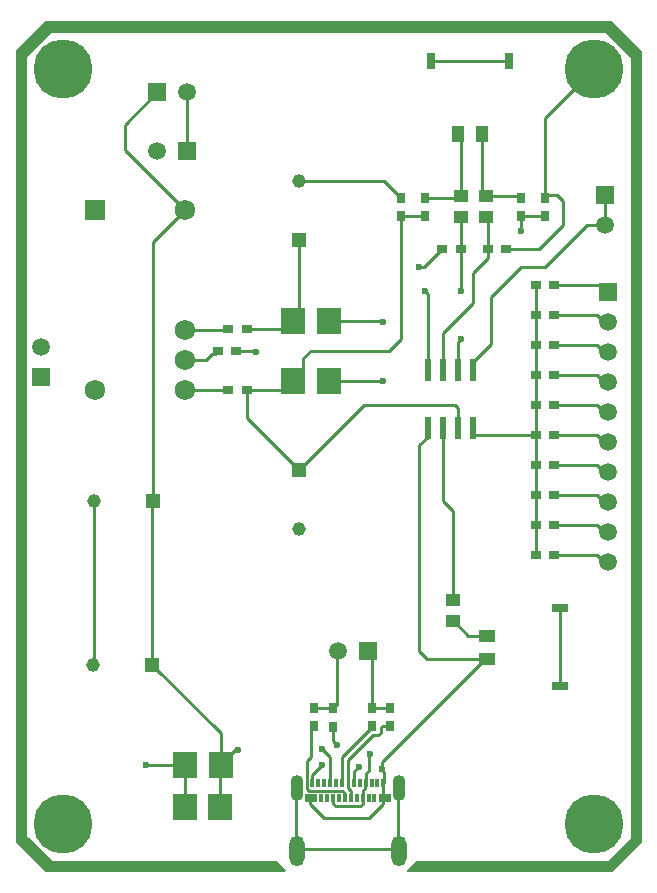
<source format=gtl>
G04*
G04 #@! TF.GenerationSoftware,Altium Limited,Altium Designer,20.2.4 (192)*
G04*
G04 Layer_Physical_Order=1*
G04 Layer_Color=255*
%FSLAX25Y25*%
%MOIN*%
G70*
G04*
G04 #@! TF.SameCoordinates,2DDED56A-656B-4157-8572-3E544114C1A7*
G04*
G04*
G04 #@! TF.FilePolarity,Positive*
G04*
G01*
G75*
%ADD12C,0.01000*%
%ADD14R,0.01181X0.02756*%
%ADD15R,0.03937X0.02756*%
%ADD16R,0.05512X0.02559*%
%ADD17R,0.05315X0.04331*%
%ADD18R,0.05512X0.04331*%
%ADD19R,0.02559X0.05512*%
%ADD20R,0.04331X0.05315*%
%ADD21R,0.04331X0.05512*%
%ADD22R,0.07874X0.08661*%
%ADD23R,0.03300X0.03150*%
%ADD24R,0.03150X0.03300*%
%ADD25R,0.02362X0.07756*%
%ADD26R,0.05000X0.04000*%
%ADD52O,0.04331X0.08661*%
%ADD53O,0.05118X0.10236*%
%ADD54R,0.06791X0.06791*%
%ADD55C,0.06791*%
%ADD56R,0.05906X0.05906*%
%ADD57C,0.05906*%
%ADD58C,0.19685*%
%ADD59C,0.04528*%
%ADD60R,0.04528X0.04528*%
%ADD61R,0.04528X0.04528*%
%ADD62R,0.05906X0.05906*%
%ADD63C,0.02362*%
G36*
X192913Y257874D02*
Y-5906D01*
X183071Y-15748D01*
X114827D01*
X114635Y-15286D01*
X117610Y-12311D01*
X181602D01*
X189476Y-4437D01*
X189476Y255405D01*
X188976Y255906D01*
X181102Y263779D01*
X-3937D01*
X-11811Y255906D01*
Y-3937D01*
X-11311Y-4437D01*
X-3437Y-12311D01*
X71366D01*
X74341Y-15286D01*
X74150Y-15748D01*
X-5906D01*
X-15748Y-5906D01*
Y257874D01*
X-5906Y267717D01*
X183071D01*
X192913Y257874D01*
D02*
G37*
D12*
X89095Y13842D02*
Y22406D01*
X86500Y25000D02*
X89095Y22406D01*
X82122Y11315D02*
X92438D01*
X82571Y31652D02*
X83646Y32726D01*
X82571Y22343D02*
Y31652D01*
X81448Y21221D02*
X82571Y22343D01*
X81448Y11988D02*
Y21221D01*
Y11988D02*
X82122Y11315D01*
X92438D02*
X92500Y11252D01*
X93114D01*
X93925Y8815D02*
X94016Y8724D01*
X93925Y8815D02*
Y10441D01*
X93114Y11252D02*
X93925Y10441D01*
X106850Y6932D02*
Y13803D01*
X88551Y167827D02*
X106646D01*
X57746Y157827D02*
X64646D01*
X82441Y6731D02*
Y9551D01*
X83098Y13933D02*
Y16559D01*
Y13933D02*
X83189Y13842D01*
X83098Y16559D02*
X86224Y19685D01*
X106457Y18457D02*
Y20728D01*
Y18088D02*
Y18457D01*
X89988Y8815D02*
X90079Y8724D01*
X93000Y22505D02*
X103146Y32651D01*
X93000Y13449D02*
Y22505D01*
X96969Y13842D02*
X97000Y13874D01*
Y17752D02*
X98574Y19327D01*
X97000Y13874D02*
Y17752D01*
X95000Y12172D02*
Y21581D01*
Y12172D02*
X96075Y11098D01*
X95000Y21581D02*
X103345Y29926D01*
X96075Y8685D02*
Y11098D01*
X106811Y13842D02*
X106850Y13803D01*
X106811Y13842D02*
X106902Y13933D01*
Y15194D01*
X107000Y15293D01*
Y17545D01*
X106457Y18088D02*
X107000Y17545D01*
X100906Y13842D02*
Y16905D01*
X102000Y18000D01*
X102141Y23389D02*
X102401Y23650D01*
X102141Y22524D02*
Y23389D01*
X102000Y18000D02*
Y22383D01*
X102141Y22524D01*
X99921Y8724D02*
Y11232D01*
X100815Y12126D01*
Y13752D01*
X100906Y13842D01*
X99000Y6000D02*
X99921Y6921D01*
Y8724D01*
X91000Y6000D02*
X99000D01*
X90079Y8724D02*
X90169Y8634D01*
Y6831D02*
Y8634D01*
Y6831D02*
X91000Y6000D01*
X106457Y20728D02*
X140847Y55118D01*
X141437D01*
X121354D02*
X140847D01*
X118646Y57827D02*
X121354Y55118D01*
X135146Y62992D02*
X141437D01*
X130421Y67716D02*
X135146Y62992D01*
X129921Y67716D02*
X130421D01*
X129921Y74803D02*
Y104551D01*
X126583Y107890D02*
X129921Y104551D01*
X40646Y5827D02*
X40740Y5921D01*
Y19827D01*
X40669Y19756D02*
X40740Y19827D01*
X27630Y19756D02*
X40669D01*
X87146Y2027D02*
X101946D01*
X82441Y6731D02*
X87146Y2027D01*
X77638Y-8047D02*
X111653D01*
X77638D02*
Y13055D01*
X101946Y2027D02*
X106850Y6932D01*
X111653Y-8047D02*
Y13055D01*
X86224Y19685D02*
X86409D01*
X105870Y32141D02*
X106456Y32726D01*
X103345Y29926D02*
X105197D01*
X106456Y32726D02*
X109146D01*
X105197Y29926D02*
X105870Y30600D01*
Y32141D01*
X52551Y20221D02*
Y30606D01*
Y19827D02*
Y20221D01*
X57257Y24927D01*
X90146Y27827D02*
Y32626D01*
Y27827D02*
X91446Y26527D01*
X103146Y32651D02*
Y32726D01*
X160646Y208927D02*
Y235449D01*
X177165Y251969D01*
X29831Y53327D02*
X52551Y30606D01*
X52457Y5827D02*
Y19732D01*
X52551Y19827D01*
X40646Y154827D02*
X47646D01*
X49571Y156752D01*
X50537D02*
X51612Y157827D01*
X49571Y156752D02*
X50537D01*
X88551Y147827D02*
X106646D01*
X152646Y202726D02*
X152734Y202638D01*
Y197674D02*
Y202638D01*
X121583Y151496D02*
Y176890D01*
X120646Y177827D02*
X121583Y176890D01*
X131583Y160764D02*
X132646Y161827D01*
X131583Y151496D02*
Y160764D01*
X126583Y151496D02*
Y163764D01*
X136646Y173827D01*
Y183827D01*
X141545Y188726D02*
Y191827D01*
X136646Y183827D02*
X141545Y188726D01*
X132646Y177827D02*
Y191827D01*
X126370Y191827D02*
X126445D01*
X120370Y185827D02*
X126370Y191827D01*
X118646Y185827D02*
X120370D01*
X160646Y208927D02*
X161545Y209827D01*
X164646D01*
X166646Y207827D01*
Y199827D02*
Y207827D01*
X147746Y191827D02*
X158646D01*
X166646Y199827D01*
X141545Y191827D02*
Y201919D01*
X141083Y202382D02*
X141545Y201919D01*
X132646Y191827D02*
Y202276D01*
X132583Y202339D02*
X132646Y202276D01*
X112646Y161827D02*
Y202726D01*
X108646Y157827D02*
X112646Y161827D01*
X82646Y157827D02*
X108646D01*
X80177Y155358D02*
X82646Y157827D01*
X80177Y151264D02*
Y155358D01*
X76740Y147827D02*
X80177Y151264D01*
X76740Y167827D02*
X78740Y169827D01*
Y194882D01*
X61246Y165327D02*
X74240D01*
X76740Y167827D01*
X73740Y144827D02*
X76740Y147827D01*
X61246Y144827D02*
X73740D01*
X121583Y129311D02*
Y132008D01*
X118646Y126374D02*
X121583Y129311D01*
X118646Y57827D02*
Y126374D01*
X107006Y214567D02*
X112646Y208927D01*
X78740Y214567D02*
X107006D01*
X125613Y192658D02*
X126445Y191827D01*
X20646Y233244D02*
X31496Y244094D01*
X20646Y224827D02*
Y233244D01*
Y224827D02*
X40646Y204827D01*
X41496Y224410D02*
Y244094D01*
X122701Y254390D02*
X148764D01*
X40646Y144827D02*
X55045D01*
X54545Y164827D02*
X55045Y165327D01*
X40646Y164827D02*
X54545D01*
X131583Y132008D02*
Y138890D01*
X130646Y139827D02*
X131583Y138890D01*
X100457Y139827D02*
X130646D01*
X78740Y118110D02*
X100457Y139827D01*
X61246Y135604D02*
Y144827D01*
Y135604D02*
X78740Y118110D01*
X29988Y107827D02*
Y194169D01*
X40646Y204827D01*
X10146Y53327D02*
X10224Y53405D01*
Y107748D01*
X10303Y107827D01*
X29831Y53327D02*
Y107669D01*
X29988Y107827D01*
X90146Y38827D02*
X91220Y39902D01*
Y57402D01*
X91646Y57827D01*
X83746Y38827D02*
X90146D01*
X83646Y38927D02*
X83746Y38827D01*
X103146Y38927D02*
Y56327D01*
X101646Y57827D02*
X103146Y56327D01*
Y38927D02*
X109146D01*
X165650Y46024D02*
Y72087D01*
X126583Y107890D02*
Y132008D01*
X152646Y202726D02*
X160646D01*
X112646Y202726D02*
X120646D01*
X132583Y209425D02*
Y229390D01*
X131795Y230177D02*
X132583Y229390D01*
X139669Y210882D02*
X141083Y209469D01*
X139669Y210882D02*
Y230177D01*
X141083Y209469D02*
X152104D01*
X152646Y208927D01*
X120646Y208927D02*
X132085D01*
X132583Y209425D01*
X136583Y154193D02*
X142646Y160256D01*
Y175827D02*
X152646Y185827D01*
X142646Y160256D02*
Y175827D01*
X152646Y185827D02*
X160646D01*
X136583Y151496D02*
Y154193D01*
X174646Y199827D02*
X180646D01*
X160646Y185827D02*
X174646Y199827D01*
X180646D02*
Y209827D01*
X136583Y130508D02*
Y132008D01*
Y130508D02*
X137264Y129827D01*
X157545D01*
X163746Y179827D02*
X179307D01*
X181591Y177543D01*
X163746Y169827D02*
X177980D01*
X180263Y167543D01*
X181591D01*
X163746Y159827D02*
X177980D01*
X180263Y157543D01*
X181591D01*
X163746Y149827D02*
X177980D01*
X180263Y147543D01*
X181591D01*
X163746Y139827D02*
X177980D01*
X180263Y137543D01*
X181591D01*
X163746Y129827D02*
X177980D01*
X180263Y127543D01*
X181591D01*
X163746Y119827D02*
X177980D01*
X180263Y117543D01*
X181591D01*
X163746Y109827D02*
X177980D01*
X180263Y107543D01*
X181591D01*
X163746Y99827D02*
X177980D01*
X180263Y97543D01*
X181591D01*
X163746Y89827D02*
X177980D01*
X180263Y87543D01*
X181591D01*
X157545Y169827D02*
Y179827D01*
Y159827D02*
Y169827D01*
Y149827D02*
Y159827D01*
Y139827D02*
Y149827D01*
Y129827D02*
Y139827D01*
Y119827D02*
Y129827D01*
Y109827D02*
Y119827D01*
Y99827D02*
Y109827D01*
Y89827D02*
Y99827D01*
D14*
X83189Y13842D02*
D03*
X85158D02*
D03*
X87126D02*
D03*
X89095D02*
D03*
X91063D02*
D03*
X93032D02*
D03*
X96969D02*
D03*
X98937D02*
D03*
X100906D02*
D03*
X102874D02*
D03*
X104842D02*
D03*
X106811D02*
D03*
X103858Y8724D02*
D03*
X101890D02*
D03*
X99921D02*
D03*
X97953D02*
D03*
X95984D02*
D03*
X94016D02*
D03*
X92047D02*
D03*
X90079D02*
D03*
X88110D02*
D03*
X86142D02*
D03*
D15*
X107205D02*
D03*
X82795D02*
D03*
D16*
X165650Y72087D02*
D03*
Y46024D02*
D03*
D17*
X141437Y62992D02*
D03*
D18*
Y55118D02*
D03*
D19*
X122701Y254390D02*
D03*
X148764D02*
D03*
D20*
X131795Y230177D02*
D03*
D21*
X139669D02*
D03*
D22*
X52551Y19827D02*
D03*
X40740D02*
D03*
X52457Y5827D02*
D03*
X40646D02*
D03*
X88551Y147827D02*
D03*
X76740D02*
D03*
Y167827D02*
D03*
X88551D02*
D03*
D23*
X61246Y165327D02*
D03*
X55045D02*
D03*
X61246Y144827D02*
D03*
X55045D02*
D03*
X51545Y157827D02*
D03*
X57746D02*
D03*
X157545Y89827D02*
D03*
X163746D02*
D03*
X157545Y99827D02*
D03*
X163746D02*
D03*
X157545Y109827D02*
D03*
X163746D02*
D03*
X157545Y119827D02*
D03*
X163746D02*
D03*
X157545Y129827D02*
D03*
X163746D02*
D03*
X157545Y139827D02*
D03*
X163746D02*
D03*
X157545Y149827D02*
D03*
X163746D02*
D03*
X157545Y179827D02*
D03*
X163746D02*
D03*
X157545Y159827D02*
D03*
X163746D02*
D03*
X157545Y169827D02*
D03*
X163746D02*
D03*
X132646Y191827D02*
D03*
X126445D02*
D03*
X147746D02*
D03*
X141545D02*
D03*
D24*
X90146Y32626D02*
D03*
Y38827D02*
D03*
X112646Y208927D02*
D03*
Y202726D02*
D03*
X160646Y202726D02*
D03*
Y208927D02*
D03*
X152646Y202726D02*
D03*
Y208927D02*
D03*
X120646Y208927D02*
D03*
Y202726D02*
D03*
X83646Y32726D02*
D03*
Y38927D02*
D03*
X109146Y32726D02*
D03*
Y38927D02*
D03*
X103146Y32726D02*
D03*
Y38927D02*
D03*
D25*
X136583Y151496D02*
D03*
X131583D02*
D03*
X126583D02*
D03*
X121583D02*
D03*
Y132008D02*
D03*
X126583D02*
D03*
X131583D02*
D03*
X136583D02*
D03*
D26*
X132583Y202339D02*
D03*
Y209425D02*
D03*
X129921Y67716D02*
D03*
Y74803D02*
D03*
X141083Y202382D02*
D03*
Y209469D02*
D03*
D52*
X77992Y12228D02*
D03*
X112008D02*
D03*
D53*
X77992Y-8874D02*
D03*
X112008D02*
D03*
D54*
X10646Y204827D02*
D03*
D55*
Y144827D02*
D03*
X40646D02*
D03*
Y154827D02*
D03*
Y164827D02*
D03*
Y204827D02*
D03*
D56*
X101646Y57827D02*
D03*
X41496Y224410D02*
D03*
X31496Y244094D02*
D03*
D57*
X91646Y57827D02*
D03*
X-7354Y159327D02*
D03*
X31496Y224410D02*
D03*
X180646Y199827D02*
D03*
X41496Y244094D02*
D03*
X181591Y87543D02*
D03*
Y97543D02*
D03*
Y107543D02*
D03*
Y117543D02*
D03*
Y127543D02*
D03*
Y137543D02*
D03*
Y147543D02*
D03*
Y157543D02*
D03*
Y167543D02*
D03*
D58*
X177165Y0D02*
D03*
Y251969D02*
D03*
X0D02*
D03*
Y0D02*
D03*
D59*
X10303Y107827D02*
D03*
X10146Y53327D02*
D03*
X78740Y98425D02*
D03*
Y214567D02*
D03*
D60*
X29988Y107827D02*
D03*
X29831Y53327D02*
D03*
D61*
X78740Y118110D02*
D03*
Y194882D02*
D03*
D62*
X-7354Y149327D02*
D03*
X180646Y209827D02*
D03*
X181591Y177543D02*
D03*
D63*
X86500Y25000D02*
D03*
X98574Y19327D02*
D03*
X106457Y18457D02*
D03*
X86409Y19685D02*
D03*
X102401Y23650D02*
D03*
X58355Y24955D02*
D03*
X91446Y26527D02*
D03*
X27630Y19756D02*
D03*
X64209Y157571D02*
D03*
X106547Y167482D02*
D03*
X106646Y147827D02*
D03*
X152734Y197674D02*
D03*
X120646Y177827D02*
D03*
X132646Y161827D02*
D03*
Y177827D02*
D03*
X118646Y185827D02*
D03*
M02*

</source>
